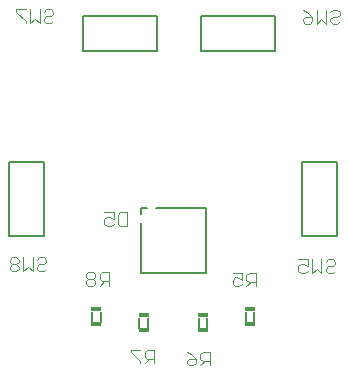
<source format=gbo>
G75*
G70*
%OFA0B0*%
%FSLAX24Y24*%
%IPPOS*%
%LPD*%
%AMOC8*
5,1,8,0,0,1.08239X$1,22.5*
%
%ADD10C,0.0050*%
%ADD11C,0.0040*%
%ADD12C,0.0060*%
%ADD13R,0.0340X0.0160*%
D10*
X004923Y007285D02*
X004923Y008939D01*
X004923Y009234D02*
X004923Y009450D01*
X005139Y009450D01*
X005435Y009450D02*
X007088Y009450D01*
X007088Y007285D01*
X004923Y007285D01*
X001714Y008506D02*
X000533Y008506D01*
X000533Y010986D01*
X001714Y010986D01*
X001714Y008506D01*
X002998Y014671D02*
X002998Y015852D01*
X005478Y015852D01*
X005478Y014671D01*
X002998Y014671D01*
X006931Y014667D02*
X006931Y015848D01*
X009411Y015848D01*
X009411Y014667D01*
X006931Y014667D01*
X010297Y010986D02*
X011478Y010986D01*
X011478Y008506D01*
X010297Y008506D01*
X010297Y010986D01*
D11*
X010178Y007726D02*
X010485Y007726D01*
X010485Y007496D01*
X010332Y007573D01*
X010255Y007573D01*
X010178Y007496D01*
X010178Y007342D01*
X010255Y007266D01*
X010409Y007266D01*
X010485Y007342D01*
X010639Y007266D02*
X010639Y007726D01*
X010792Y007419D02*
X010639Y007266D01*
X010792Y007419D02*
X010946Y007266D01*
X010946Y007726D01*
X011099Y007649D02*
X011176Y007726D01*
X011329Y007726D01*
X011406Y007649D01*
X011406Y007573D01*
X011329Y007496D01*
X011176Y007496D01*
X011099Y007419D01*
X011099Y007342D01*
X011176Y007266D01*
X011329Y007266D01*
X011406Y007342D01*
X008749Y007285D02*
X008749Y006824D01*
X008749Y006978D02*
X008519Y006978D01*
X008442Y007055D01*
X008442Y007208D01*
X008519Y007285D01*
X008749Y007285D01*
X008595Y006978D02*
X008442Y006824D01*
X008289Y006901D02*
X008212Y006824D01*
X008058Y006824D01*
X007982Y006901D01*
X007982Y007055D01*
X008058Y007131D01*
X008135Y007131D01*
X008289Y007055D01*
X008289Y007285D01*
X007982Y007285D01*
X007217Y004651D02*
X006987Y004651D01*
X006910Y004574D01*
X006910Y004421D01*
X006987Y004344D01*
X007217Y004344D01*
X007217Y004190D02*
X007217Y004651D01*
X007064Y004344D02*
X006910Y004190D01*
X006757Y004267D02*
X006757Y004421D01*
X006527Y004421D01*
X006450Y004344D01*
X006450Y004267D01*
X006527Y004190D01*
X006680Y004190D01*
X006757Y004267D01*
X006757Y004421D02*
X006604Y004574D01*
X006450Y004651D01*
X005355Y004718D02*
X005355Y004257D01*
X005355Y004411D02*
X005125Y004411D01*
X005048Y004488D01*
X005048Y004641D01*
X005125Y004718D01*
X005355Y004718D01*
X005202Y004411D02*
X005048Y004257D01*
X004895Y004257D02*
X004895Y004334D01*
X004588Y004641D01*
X004588Y004718D01*
X004895Y004718D01*
X003867Y006844D02*
X003867Y007304D01*
X003637Y007304D01*
X003560Y007228D01*
X003560Y007074D01*
X003637Y006997D01*
X003867Y006997D01*
X003714Y006997D02*
X003560Y006844D01*
X003407Y006921D02*
X003407Y006997D01*
X003330Y007074D01*
X003176Y007074D01*
X003100Y006997D01*
X003100Y006921D01*
X003176Y006844D01*
X003330Y006844D01*
X003407Y006921D01*
X003330Y007074D02*
X003407Y007151D01*
X003407Y007228D01*
X003330Y007304D01*
X003176Y007304D01*
X003100Y007228D01*
X003100Y007151D01*
X003176Y007074D01*
X003787Y008837D02*
X003941Y008837D01*
X004017Y008913D01*
X004171Y008913D02*
X004171Y009220D01*
X004247Y009297D01*
X004478Y009297D01*
X004478Y008837D01*
X004247Y008837D01*
X004171Y008913D01*
X004017Y009067D02*
X003864Y009143D01*
X003787Y009143D01*
X003710Y009067D01*
X003710Y008913D01*
X003787Y008837D01*
X004017Y009067D02*
X004017Y009297D01*
X003710Y009297D01*
X001777Y007712D02*
X001777Y007636D01*
X001700Y007559D01*
X001547Y007559D01*
X001470Y007482D01*
X001470Y007405D01*
X001547Y007329D01*
X001700Y007329D01*
X001777Y007405D01*
X001777Y007712D02*
X001700Y007789D01*
X001547Y007789D01*
X001470Y007712D01*
X001316Y007789D02*
X001316Y007329D01*
X001163Y007482D01*
X001010Y007329D01*
X001010Y007789D01*
X000856Y007712D02*
X000856Y007636D01*
X000779Y007559D01*
X000626Y007559D01*
X000549Y007482D01*
X000549Y007405D01*
X000626Y007329D01*
X000779Y007329D01*
X000856Y007405D01*
X000856Y007482D01*
X000779Y007559D01*
X000626Y007559D02*
X000549Y007636D01*
X000549Y007712D01*
X000626Y007789D01*
X000779Y007789D01*
X000856Y007712D01*
X001088Y015596D02*
X001088Y015673D01*
X000781Y015980D01*
X000781Y016057D01*
X001088Y016057D01*
X001241Y016057D02*
X001241Y015596D01*
X001395Y015750D01*
X001548Y015596D01*
X001548Y016057D01*
X001701Y015980D02*
X001778Y016057D01*
X001932Y016057D01*
X002008Y015980D01*
X002008Y015903D01*
X001932Y015827D01*
X001778Y015827D01*
X001701Y015750D01*
X001701Y015673D01*
X001778Y015596D01*
X001932Y015596D01*
X002008Y015673D01*
X010324Y015657D02*
X010324Y015734D01*
X010401Y015811D01*
X010631Y015811D01*
X010631Y015657D01*
X010554Y015581D01*
X010401Y015581D01*
X010324Y015657D01*
X010477Y015964D02*
X010631Y015811D01*
X010477Y015964D02*
X010324Y016041D01*
X010784Y016041D02*
X010784Y015581D01*
X010938Y015734D01*
X011091Y015581D01*
X011091Y016041D01*
X011245Y015964D02*
X011322Y016041D01*
X011475Y016041D01*
X011552Y015964D01*
X011552Y015888D01*
X011475Y015811D01*
X011322Y015811D01*
X011245Y015734D01*
X011245Y015657D01*
X011322Y015581D01*
X011475Y015581D01*
X011552Y015657D01*
D12*
X003306Y005979D02*
X003306Y005639D01*
X003587Y005639D02*
X003587Y005979D01*
X004881Y005782D02*
X004881Y005442D01*
X005161Y005442D02*
X005161Y005782D01*
X006850Y005782D02*
X006850Y005442D01*
X007130Y005442D02*
X007130Y005782D01*
X008424Y005639D02*
X008424Y005979D01*
X008705Y005979D02*
X008705Y005639D01*
D13*
X008565Y005559D03*
X008565Y006059D03*
X006990Y005862D03*
X006990Y005362D03*
X005021Y005362D03*
X005021Y005862D03*
X003446Y006059D03*
X003446Y005559D03*
M02*

</source>
